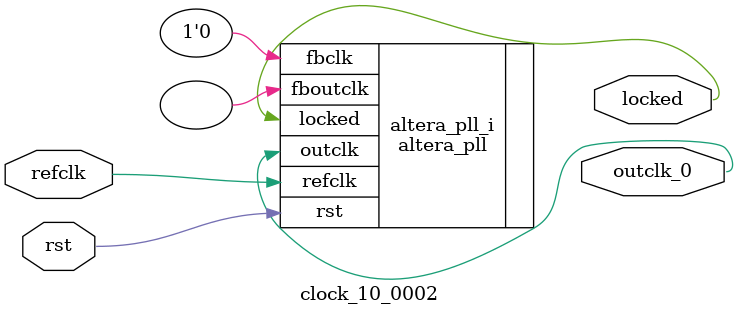
<source format=v>
`timescale 1ns/10ps
module  clock_10_0002(

	// interface 'refclk'
	input wire refclk,

	// interface 'reset'
	input wire rst,

	// interface 'outclk0'
	output wire outclk_0,

	// interface 'locked'
	output wire locked
);

	altera_pll #(
		.fractional_vco_multiplier("false"),
		.reference_clock_frequency("50.0 MHz"),
		.operation_mode("direct"),
		.number_of_clocks(1),
		.output_clock_frequency0("10.000000 MHz"),
		.phase_shift0("0 ps"),
		.duty_cycle0(50),
		.output_clock_frequency1("0 MHz"),
		.phase_shift1("0 ps"),
		.duty_cycle1(50),
		.output_clock_frequency2("0 MHz"),
		.phase_shift2("0 ps"),
		.duty_cycle2(50),
		.output_clock_frequency3("0 MHz"),
		.phase_shift3("0 ps"),
		.duty_cycle3(50),
		.output_clock_frequency4("0 MHz"),
		.phase_shift4("0 ps"),
		.duty_cycle4(50),
		.output_clock_frequency5("0 MHz"),
		.phase_shift5("0 ps"),
		.duty_cycle5(50),
		.output_clock_frequency6("0 MHz"),
		.phase_shift6("0 ps"),
		.duty_cycle6(50),
		.output_clock_frequency7("0 MHz"),
		.phase_shift7("0 ps"),
		.duty_cycle7(50),
		.output_clock_frequency8("0 MHz"),
		.phase_shift8("0 ps"),
		.duty_cycle8(50),
		.output_clock_frequency9("0 MHz"),
		.phase_shift9("0 ps"),
		.duty_cycle9(50),
		.output_clock_frequency10("0 MHz"),
		.phase_shift10("0 ps"),
		.duty_cycle10(50),
		.output_clock_frequency11("0 MHz"),
		.phase_shift11("0 ps"),
		.duty_cycle11(50),
		.output_clock_frequency12("0 MHz"),
		.phase_shift12("0 ps"),
		.duty_cycle12(50),
		.output_clock_frequency13("0 MHz"),
		.phase_shift13("0 ps"),
		.duty_cycle13(50),
		.output_clock_frequency14("0 MHz"),
		.phase_shift14("0 ps"),
		.duty_cycle14(50),
		.output_clock_frequency15("0 MHz"),
		.phase_shift15("0 ps"),
		.duty_cycle15(50),
		.output_clock_frequency16("0 MHz"),
		.phase_shift16("0 ps"),
		.duty_cycle16(50),
		.output_clock_frequency17("0 MHz"),
		.phase_shift17("0 ps"),
		.duty_cycle17(50),
		.pll_type("General"),
		.pll_subtype("General")
	) altera_pll_i (
		.rst	(rst),
		.outclk	({outclk_0}),
		.locked	(locked),
		.fboutclk	( ),
		.fbclk	(1'b0),
		.refclk	(refclk)
	);
endmodule


</source>
